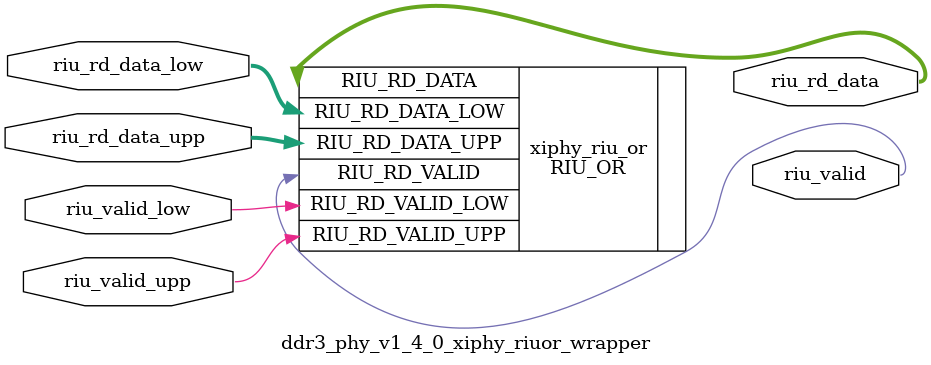
<source format=sv>

`timescale 1ps / 1ps

module ddr3_phy_v1_4_0_xiphy_riuor_wrapper # (
   parameter           SIM_DEVICE            = "ULTRASCALE"
) (
  input  [15:0]  riu_rd_data_low,    // Lower nibble RIU rd_data 
  input  [15:0]  riu_rd_data_upp,    // Upper nibble RIU rd_data 
  input          riu_valid_low,      // Lower nibble RIU riu2clb_valid 
  input          riu_valid_upp,      // Upper nibble RIU riu2clb_valid
  output [15:0]  riu_rd_data,        // ORed lower and upper RIU rd_data      
  output         riu_valid           // ORed lower and upper RIU write valid      
);

`ifdef ULTRASCALE_PHY_BLH
B_RIU_OR
`else
RIU_OR  # (
   .SIM_DEVICE   (SIM_DEVICE)
) 
`endif
  xiphy_riu_or
(
   .RIU_RD_DATA_LOW         (riu_rd_data_low),
   .RIU_RD_DATA_UPP         (riu_rd_data_upp),
   .RIU_RD_VALID_LOW        (riu_valid_low),
   .RIU_RD_VALID_UPP        (riu_valid_upp),
   .RIU_RD_DATA             (riu_rd_data),
   .RIU_RD_VALID            (riu_valid)
);

endmodule


</source>
